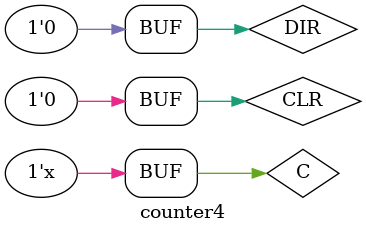
<source format=v>
`timescale 1ns / 1ps


module counter4;

	// Inputs
	reg C;
	reg CLR;
	reg DIR;

	// Outputs
	wire [3:0] Q;

	// Instantiate the Unit Under Test (UUT)
	counter_4 uut (
		.C(C), 
		.CLR(CLR), 
		.DIR(DIR), 
		.Q(Q)
	);

	initial begin
		// Initialize Inputs
		C = 0;
		CLR = 0;
		DIR = 1;

		// Wait 100 ns for global reset to finish
		#100;
        
		// Add stimulus here
		CLR=1;
		#100;
		CLR=0;
		#1700;
		DIR=0;

	end
      always #50
		C<=~C;
endmodule


</source>
